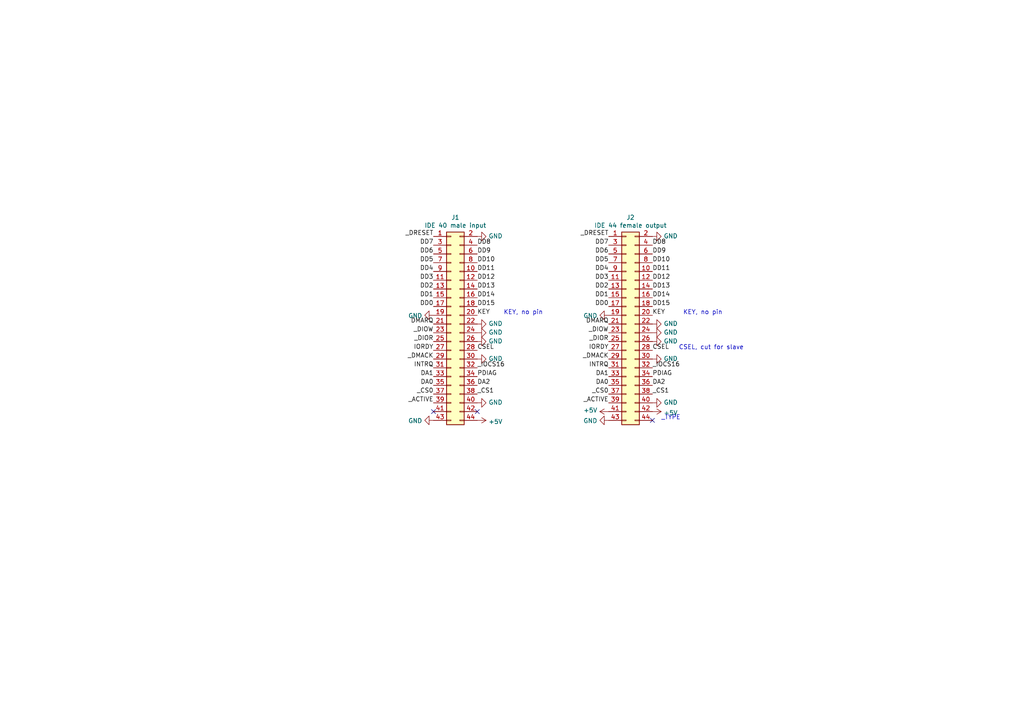
<source format=kicad_sch>
(kicad_sch (version 20211123) (generator eeschema)
  (paper "A4")
  (title_block (title "IDE40to44") (date "2020-05-07") (rev "0.1") (company "FLACO 2020") (comment 1 "Connect an IDE44 device on an IDE40 ribbon"))
  (lib_symbols
    (symbol "Connector_Generic:Conn_02x22_Odd_Even" (pin_names (offset 1.016) hide)
      (property "Reference" "J" (at 1.27 27.94 0))
      (property "Value" "Conn_02x22_Odd_Even" (at 1.27 -30.48 0))
      (symbol "Conn_02x22_Odd_Even_1_1"
        (rectangle (start -1.27 -27.813) (end 0 -28.067) (stroke (width 0.1524)))
        (rectangle (start -1.27 -25.273) (end 0 -25.527) (stroke (width 0.1524)))
        (rectangle (start -1.27 -22.733) (end 0 -22.987) (stroke (width 0.1524)))
        (rectangle (start -1.27 -20.193) (end 0 -20.447) (stroke (width 0.1524)))
        (rectangle (start -1.27 -17.653) (end 0 -17.907) (stroke (width 0.1524)))
        (rectangle (start -1.27 -15.113) (end 0 -15.367) (stroke (width 0.1524)))
        (rectangle (start -1.27 -12.573) (end 0 -12.827) (stroke (width 0.1524)))
        (rectangle (start -1.27 -10.033) (end 0 -10.287) (stroke (width 0.1524)))
        (rectangle (start -1.27 -7.493) (end 0 -7.747) (stroke (width 0.1524)))
        (rectangle (start -1.27 -4.953) (end 0 -5.207) (stroke (width 0.1524)))
        (rectangle (start -1.27 -2.413) (end 0 -2.667) (stroke (width 0.1524)))
        (rectangle (start -1.27 0.127) (end 0 -0.127) (stroke (width 0.1524)))
        (rectangle (start -1.27 2.667) (end 0 2.413) (stroke (width 0.1524)))
        (rectangle (start -1.27 5.207) (end 0 4.953) (stroke (width 0.1524)))
        (rectangle (start -1.27 7.747) (end 0 7.493) (stroke (width 0.1524)))
        (rectangle (start -1.27 10.287) (end 0 10.033) (stroke (width 0.1524)))
        (rectangle (start -1.27 12.827) (end 0 12.573) (stroke (width 0.1524)))
        (rectangle (start -1.27 15.367) (end 0 15.113) (stroke (width 0.1524)))
        (rectangle (start -1.27 17.907) (end 0 17.653) (stroke (width 0.1524)))
        (rectangle (start -1.27 20.447) (end 0 20.193) (stroke (width 0.1524)))
        (rectangle (start -1.27 22.987) (end 0 22.733) (stroke (width 0.1524)))
        (rectangle (start -1.27 25.527) (end 0 25.273) (stroke (width 0.1524)))
        (rectangle (start -1.27 26.67) (end 3.81 -29.21) (stroke (width 0.254)) (fill (type background)))
        (rectangle (start 3.81 -27.813) (end 2.54 -28.067) (stroke (width 0.1524)))
        (rectangle (start 3.81 -25.273) (end 2.54 -25.527) (stroke (width 0.1524)))
        (rectangle (start 3.81 -22.733) (end 2.54 -22.987) (stroke (width 0.1524)))
        (rectangle (start 3.81 -20.193) (end 2.54 -20.447) (stroke (width 0.1524)))
        (rectangle (start 3.81 -17.653) (end 2.54 -17.907) (stroke (width 0.1524)))
        (rectangle (start 3.81 -15.113) (end 2.54 -15.367) (stroke (width 0.1524)))
        (rectangle (start 3.81 -12.573) (end 2.54 -12.827) (stroke (width 0.1524)))
        (rectangle (start 3.81 -10.033) (end 2.54 -10.287) (stroke (width 0.1524)))
        (rectangle (start 3.81 -7.493) (end 2.54 -7.747) (stroke (width 0.1524)))
        (rectangle (start 3.81 -4.953) (end 2.54 -5.207) (stroke (width 0.1524)))
        (rectangle (start 3.81 -2.413) (end 2.54 -2.667) (stroke (width 0.1524)))
        (rectangle (start 3.81 0.127) (end 2.54 -0.127) (stroke (width 0.1524)))
        (rectangle (start 3.81 2.667) (end 2.54 2.413) (stroke (width 0.1524)))
        (rectangle (start 3.81 5.207) (end 2.54 4.953) (stroke (width 0.1524)))
        (rectangle (start 3.81 7.747) (end 2.54 7.493) (stroke (width 0.1524)))
        (rectangle (start 3.81 10.287) (end 2.54 10.033) (stroke (width 0.1524)))
        (rectangle (start 3.81 12.827) (end 2.54 12.573) (stroke (width 0.1524)))
        (rectangle (start 3.81 15.367) (end 2.54 15.113) (stroke (width 0.1524)))
        (rectangle (start 3.81 17.907) (end 2.54 17.653) (stroke (width 0.1524)))
        (rectangle (start 3.81 20.447) (end 2.54 20.193) (stroke (width 0.1524)))
        (rectangle (start 3.81 22.987) (end 2.54 22.733) (stroke (width 0.1524)))
        (rectangle (start 3.81 25.527) (end 2.54 25.273) (stroke (width 0.1524)))
        (pin passive line (at -5.08 25.4 0) (length 3.81) (name "Pin_1") (number "1"))
        (pin passive line (at 7.62 15.24 180) (length 3.81) (name "Pin_10") (number "10"))
        (pin passive line (at -5.08 12.7 0) (length 3.81) (name "Pin_11") (number "11"))
        (pin passive line (at 7.62 12.7 180) (length 3.81) (name "Pin_12") (number "12"))
        (pin passive line (at -5.08 10.16 0) (length 3.81) (name "Pin_13") (number "13"))
        (pin passive line (at 7.62 10.16 180) (length 3.81) (name "Pin_14") (number "14"))
        (pin passive line (at -5.08 7.62 0) (length 3.81) (name "Pin_15") (number "15"))
        (pin passive line (at 7.62 7.62 180) (length 3.81) (name "Pin_16") (number "16"))
        (pin passive line (at -5.08 5.08 0) (length 3.81) (name "Pin_17") (number "17"))
        (pin passive line (at 7.62 5.08 180) (length 3.81) (name "Pin_18") (number "18"))
        (pin passive line (at -5.08 2.54 0) (length 3.81) (name "Pin_19") (number "19"))
        (pin passive line (at 7.62 25.4 180) (length 3.81) (name "Pin_2") (number "2"))
        (pin passive line (at 7.62 2.54 180) (length 3.81) (name "Pin_20") (number "20"))
        (pin passive line (at -5.08 0 0) (length 3.81) (name "Pin_21") (number "21"))
        (pin passive line (at 7.62 0 180) (length 3.81) (name "Pin_22") (number "22"))
        (pin passive line (at -5.08 -2.54 0) (length 3.81) (name "Pin_23") (number "23"))
        (pin passive line (at 7.62 -2.54 180) (length 3.81) (name "Pin_24") (number "24"))
        (pin passive line (at -5.08 -5.08 0) (length 3.81) (name "Pin_25") (number "25"))
        (pin passive line (at 7.62 -5.08 180) (length 3.81) (name "Pin_26") (number "26"))
        (pin passive line (at -5.08 -7.62 0) (length 3.81) (name "Pin_27") (number "27"))
        (pin passive line (at 7.62 -7.62 180) (length 3.81) (name "Pin_28") (number "28"))
        (pin passive line (at -5.08 -10.16 0) (length 3.81) (name "Pin_29") (number "29"))
        (pin passive line (at -5.08 22.86 0) (length 3.81) (name "Pin_3") (number "3"))
        (pin passive line (at 7.62 -10.16 180) (length 3.81) (name "Pin_30") (number "30"))
        (pin passive line (at -5.08 -12.7 0) (length 3.81) (name "Pin_31") (number "31"))
        (pin passive line (at 7.62 -12.7 180) (length 3.81) (name "Pin_32") (number "32"))
        (pin passive line (at -5.08 -15.24 0) (length 3.81) (name "Pin_33") (number "33"))
        (pin passive line (at 7.62 -15.24 180) (length 3.81) (name "Pin_34") (number "34"))
        (pin passive line (at -5.08 -17.78 0) (length 3.81) (name "Pin_35") (number "35"))
        (pin passive line (at 7.62 -17.78 180) (length 3.81) (name "Pin_36") (number "36"))
        (pin passive line (at -5.08 -20.32 0) (length 3.81) (name "Pin_37") (number "37"))
        (pin passive line (at 7.62 -20.32 180) (length 3.81) (name "Pin_38") (number "38"))
        (pin passive line (at -5.08 -22.86 0) (length 3.81) (name "Pin_39") (number "39"))
        (pin passive line (at 7.62 22.86 180) (length 3.81) (name "Pin_4") (number "4"))
        (pin passive line (at 7.62 -22.86 180) (length 3.81) (name "Pin_40") (number "40"))
        (pin passive line (at -5.08 -25.4 0) (length 3.81) (name "Pin_41") (number "41"))
        (pin passive line (at 7.62 -25.4 180) (length 3.81) (name "Pin_42") (number "42"))
        (pin passive line (at -5.08 -27.94 0) (length 3.81) (name "Pin_43") (number "43"))
        (pin passive line (at 7.62 -27.94 180) (length 3.81) (name "Pin_44") (number "44"))
        (pin passive line (at -5.08 20.32 0) (length 3.81) (name "Pin_5") (number "5"))
        (pin passive line (at 7.62 20.32 180) (length 3.81) (name "Pin_6") (number "6"))
        (pin passive line (at -5.08 17.78 0) (length 3.81) (name "Pin_7") (number "7"))
        (pin passive line (at 7.62 17.78 180) (length 3.81) (name "Pin_8") (number "8"))
        (pin passive line (at -5.08 15.24 0) (length 3.81) (name "Pin_9") (number "9"))
      )
    )
    (symbol "power:+5V" (power) (pin_names (offset 0))
      (property "Value" "+5V" (at 0 3.556 0))
      (symbol "+5V_0_1"
        (polyline (pts (xy -0.762 1.27) (xy 0 2.54)))
        (polyline (pts (xy 0 0) (xy 0 2.54)))
        (polyline (pts (xy 0 2.54) (xy 0.762 1.27)))
      )
      (symbol "+5V_1_1"
        (pin power_in line (at 0 0 90) (length 0) hide (name "+5V") (number "1"))
      )
    )
    (symbol "power:GND" (power) (pin_names (offset 0))
      (property "Value" "GND" (at 0 -3.81 0))
      (symbol "GND_0_1"
        (polyline (pts (xy 0 0) (xy 0 -1.27) (xy 1.27 -1.27) (xy 0 -2.54) (xy -1.27 -1.27) (xy 0 -1.27)))
      )
      (symbol "GND_1_1"
        (pin power_in line (at 0 0 270) (length 0) hide (name "GND") (number "1"))
      )
    )
  )
  (no_connect (at 138.43 119.38))
  (no_connect (at 189.23 121.92))
  (no_connect (at 125.73 119.38))
  (text "CSEL, cut for slave" (at 196.85 101.6 0) (effects (font (size 1.27 1.27)) (justify left bottom)))
  (text "_TYPE" (at 191.77 121.92 0) (effects (font (size 1.27 1.27)) (justify left bottom)))
  (text "KEY, no pin" (at 146.05 91.44 0) (effects (font (size 1.27 1.27)) (justify left bottom)))
  (text "KEY, no pin" (at 198.12 91.44 0) (effects (font (size 1.27 1.27)) (justify left bottom)))
  (label "DD1" (at 176.53 86.36 180))
  (label "DD10" (at 138.43 76.2 0))
  (label "DD0" (at 125.73 88.9 180))
  (label "DD0" (at 176.53 88.9 180))
  (label "DA2" (at 189.23 111.76 0))
  (label "DD13" (at 138.43 83.82 0))
  (label "DD13" (at 189.23 83.82 0))
  (label "DD4" (at 125.73 78.74 180))
  (label "_IOCS16" (at 138.43 106.68 0))
  (label "DD5" (at 125.73 76.2 180))
  (label "DD7" (at 125.73 71.12 180))
  (label "KEY" (at 138.43 91.44 0))
  (label "DD5" (at 176.53 76.2 180))
  (label "CSEL" (at 138.43 101.6 0))
  (label "DD1" (at 125.73 86.36 180))
  (label "_CS0" (at 125.73 114.3 180))
  (label "DA1" (at 125.73 109.22 180))
  (label "DD11" (at 138.43 78.74 0))
  (label "DD2" (at 176.53 83.82 180))
  (label "DD10" (at 189.23 76.2 0))
  (label "DD12" (at 138.43 81.28 0))
  (label "DD12" (at 189.23 81.28 0))
  (label "DD14" (at 189.23 86.36 0))
  (label "_DRESET" (at 125.73 68.58 180))
  (label "DMARQ" (at 125.73 93.98 180))
  (label "_ACTIVE" (at 125.73 116.84 180))
  (label "DA1" (at 176.53 109.22 180))
  (label "INTRQ" (at 125.73 106.68 180))
  (label "CSEL" (at 189.23 101.6 0))
  (label "PDIAG" (at 138.43 109.22 0))
  (label "_DRESET" (at 176.53 68.58 180))
  (label "DD3" (at 176.53 81.28 180))
  (label "IORDY" (at 125.73 101.6 180))
  (label "DD2" (at 125.73 83.82 180))
  (label "DD4" (at 176.53 78.74 180))
  (label "_DIOW" (at 176.53 96.52 180))
  (label "DD9" (at 138.43 73.66 0))
  (label "_DMACK" (at 176.53 104.14 180))
  (label "_DIOW" (at 125.73 96.52 180))
  (label "KEY" (at 189.23 91.44 0))
  (label "DA0" (at 125.73 111.76 180))
  (label "DMARQ" (at 176.53 93.98 180))
  (label "_IOCS16" (at 189.23 106.68 0))
  (label "DD15" (at 138.43 88.9 0))
  (label "DD8" (at 189.23 71.12 0))
  (label "DD7" (at 176.53 71.12 180))
  (label "_DIOR" (at 125.73 99.06 180))
  (label "_DMACK" (at 125.73 104.14 180))
  (label "_ACTIVE" (at 176.53 116.84 180))
  (label "DD3" (at 125.73 81.28 180))
  (label "DD6" (at 176.53 73.66 180))
  (label "DA2" (at 138.43 111.76 0))
  (label "DD15" (at 189.23 88.9 0))
  (label "_CS0" (at 176.53 114.3 180))
  (label "PDIAG" (at 189.23 109.22 0))
  (label "DA0" (at 176.53 111.76 180))
  (label "_CS1" (at 138.43 114.3 0))
  (label "DD14" (at 138.43 86.36 0))
  (label "_DIOR" (at 176.53 99.06 180))
  (label "DD11" (at 189.23 78.74 0))
  (label "DD9" (at 189.23 73.66 0))
  (label "_CS1" (at 189.23 114.3 0))
  (label "INTRQ" (at 176.53 106.68 180))
  (label "DD6" (at 125.73 73.66 180))
  (label "IORDY" (at 176.53 101.6 180))
  (label "DD8" (at 138.43 71.12 0))
  (symbol (lib_id "Connector_Generic:Conn_02x22_Odd_Even") (at 181.61 93.98 0) (unit 1)
    (property "Reference" "J2" (at 182.88 63.0682 0))
    (property "Value" "IDE 44 female output" (at 182.88 65.3796 0))
    (property "Footprint" "Sassa:Pin_Header_2x22_Female_EdgeMount_Pitch2.00mm" (effects hide))
  )
  (symbol (lib_id "power:GND") (at 189.23 68.58 90) (unit 1)
    (property "Reference" "#PWR018" (effects hide))
    (property "Value" "GND" (at 192.4812 68.453 90) (effects (justify right)))
  )
  (symbol (lib_id "power:GND") (at 176.53 91.44 270) (unit 1)
    (property "Reference" "#PWR015" (effects hide))
    (property "Value" "GND" (at 173.2788 91.567 90) (effects (justify right)))
  )
  (symbol (lib_id "power:GND") (at 189.23 93.98 90) (unit 1)
    (property "Reference" "#PWR019" (effects hide))
    (property "Value" "GND" (at 192.4812 93.853 90) (effects (justify right)))
  )
  (symbol (lib_id "power:GND") (at 189.23 96.52 90) (unit 1)
    (property "Reference" "#PWR020" (effects hide))
    (property "Value" "GND" (at 192.4812 96.393 90) (effects (justify right)))
  )
  (symbol (lib_id "power:GND") (at 189.23 99.06 90) (unit 1)
    (property "Reference" "#PWR021" (effects hide))
    (property "Value" "GND" (at 192.4812 98.933 90) (effects (justify right)))
  )
  (symbol (lib_id "power:GND") (at 189.23 104.14 90) (unit 1)
    (property "Reference" "#PWR023" (effects hide))
    (property "Value" "GND" (at 192.4812 104.013 90) (effects (justify right)))
  )
  (symbol (lib_id "power:GND") (at 189.23 116.84 90) (unit 1)
    (property "Reference" "#PWR024" (effects hide))
    (property "Value" "GND" (at 192.4812 116.713 90) (effects (justify right)))
  )
  (symbol (lib_id "power:GND") (at 176.53 121.92 270) (unit 1)
    (property "Reference" "#PWR017" (effects hide))
    (property "Value" "GND" (at 173.2788 122.047 90) (effects (justify right)))
  )
  (symbol (lib_id "power:+5V") (at 189.23 119.38 270) (unit 1)
    (property "Reference" "#PWR025" (effects hide))
    (property "Value" "+5V" (at 192.4812 119.761 90) (effects (justify left)))
  )
  (symbol (lib_id "power:+5V") (at 176.53 119.38 90) (unit 1)
    (property "Reference" "#PWR016" (effects hide))
    (property "Value" "+5V" (at 173.2788 118.999 90) (effects (justify left)))
  )
  (symbol (lib_id "power:+5V") (at 138.43 121.92 270) (unit 1)
    (property "Reference" "#PWR0105" (effects hide))
    (property "Value" "+5V" (at 141.6812 122.301 90) (effects (justify left)))
  )
  (symbol (lib_id "power:GND") (at 125.73 121.92 270) (unit 1)
    (property "Reference" "#PWR0102" (effects hide))
    (property "Value" "GND" (at 122.4788 122.047 90) (effects (justify right)))
  )
  (symbol (lib_id "Connector_Generic:Conn_02x22_Odd_Even") (at 130.81 93.98 0) (unit 1)
    (property "Reference" "J1" (at 132.08 63.0682 0))
    (property "Value" "IDE 40 male input" (at 132.08 65.3796 0))
    (property "Footprint" "Sassa:Pin_Header_2x22_Male_EdgeMount_Pitch2.54mm" (effects hide))
  )
  (symbol (lib_id "power:GND") (at 125.73 91.44 270) (unit 1)
    (property "Reference" "#PWR0101" (effects hide))
    (property "Value" "GND" (at 122.4788 91.567 90) (effects (justify right)))
  )
  (symbol (lib_id "power:GND") (at 138.43 68.58 90) (unit 1)
    (property "Reference" "#PWR0103" (effects hide))
    (property "Value" "GND" (at 141.6812 68.453 90) (effects (justify right)))
  )
  (symbol (lib_id "power:GND") (at 138.43 93.98 90) (unit 1)
    (property "Reference" "#PWR0106" (effects hide))
    (property "Value" "GND" (at 141.6812 93.853 90) (effects (justify right)))
  )
  (symbol (lib_id "power:GND") (at 138.43 96.52 90) (unit 1)
    (property "Reference" "#PWR0107" (effects hide))
    (property "Value" "GND" (at 141.6812 96.393 90) (effects (justify right)))
  )
  (symbol (lib_id "power:GND") (at 138.43 99.06 90) (unit 1)
    (property "Reference" "#PWR0108" (effects hide))
    (property "Value" "GND" (at 141.6812 98.933 90) (effects (justify right)))
  )
  (symbol (lib_id "power:GND") (at 138.43 104.14 90) (unit 1)
    (property "Reference" "#PWR0109" (effects hide))
    (property "Value" "GND" (at 141.6812 104.013 90) (effects (justify right)))
  )
  (symbol (lib_id "power:GND") (at 138.43 116.84 90) (unit 1)
    (property "Reference" "#PWR0104" (effects hide))
    (property "Value" "GND" (at 141.6812 116.713 90) (effects (justify right)))
  )
)
</source>
